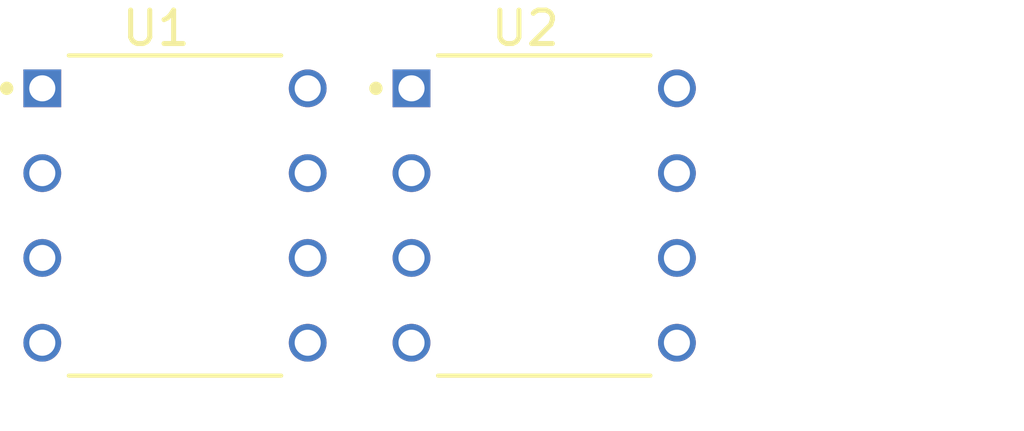
<source format=kicad_pcb>
(kicad_pcb (version 20240108) (generator "pcbnew") (generator_version "8.0")
  (layers (0 "F.Cu" signal) (31 "B.Cu" signal) (34 "B.Paste" user) (35 "F.Paste" user) (36 "B.SilkS" user "B.Silkscreen") (37 "F.SilkS" user "F.Silkscreen") (38 "B.Mask" user) (39 "F.Mask" user) (44 "Edge.Cuts" user))
  (net 0 "")
  (net 1 "Net-(U1-IN-)")
  (net 3 "Net-(U1-OUT)")
  (net 4 "VEE")
  (net 6 "VCC")
  (net 7 "GND")
  (net 13 "Net-(U2-IN-)")
  (footprint "Snapeda:UA741CP_DIP794W45P254L959H508Q8" (layer "F.Cu") (at 107.78 87.69)
    (property "Reference" "U2" (at -0.565 -5.607 0) (layer "F.SilkS"))
    (property "Value" "UA741CP")
    (fp_line (start -3.175 -4.795) (end 3.175 -4.795) (stroke (width 0.127)) (layer "F.SilkS"))
    (fp_line (start -3.175 4.795) (end 3.175 4.795) (stroke (width 0.127)) (layer "F.SilkS"))
    (fp_circle (center -5.035 -3.81) (end -4.935 -3.81) (stroke (width 0.2)) (fill none) (layer "F.SilkS"))
    (pad "1" thru_hole rect (at -3.97 -3.81) (size 1.13 1.13) (drill 0.78) (layers "*.Cu" "*.Mask"))
    (pad "2" thru_hole circle (at -3.97 -1.27) (size 1.13 1.13) (drill 0.78) (layers "*.Cu" "*.Mask") (net 13 "Net-(U2-IN-)"))
    (pad "3" thru_hole circle (at -3.97 1.27) (size 1.13 1.13) (drill 0.78) (layers "*.Cu" "*.Mask"))
    (pad "4" thru_hole circle (at -3.97 3.81) (size 1.13 1.13) (drill 0.78) (layers "*.Cu" "*.Mask"))
    (pad "5" thru_hole circle (at 3.97 3.81) (size 1.13 1.13) (drill 0.78) (layers "*.Cu" "*.Mask"))
    (pad "6" thru_hole circle (at 3.97 1.27) (size 1.13 1.13) (drill 0.78) (layers "*.Cu" "*.Mask"))
    (pad "7" thru_hole circle (at 3.97 -1.27) (size 1.13 1.13) (drill 0.78) (layers "*.Cu" "*.Mask"))
    (pad "8" thru_hole circle (at 3.97 -3.81) (size 1.13 1.13) (drill 0.78) (layers "*.Cu" "*.Mask"))
  )
  (footprint "Snapeda:UA741CP_DIP794W45P254L959H508Q8" (layer "F.Cu") (at 96.735 87.69)
    (property "Reference" "U1" (at -0.565 -5.607 0) (layer "F.SilkS"))
    (property "Value" "UA741CP")
    (fp_line (start -3.175 -4.795) (end 3.175 -4.795) (stroke (width 0.127)) (layer "F.SilkS"))
    (fp_line (start -3.175 4.795) (end 3.175 4.795) (stroke (width 0.127)) (layer "F.SilkS"))
    (fp_circle (center -5.035 -3.81) (end -4.935 -3.81) (stroke (width 0.2)) (fill none) (layer "F.SilkS"))
    (pad "1" thru_hole rect (at -3.97 -3.81) (size 1.13 1.13) (drill 0.78) (layers "*.Cu" "*.Mask"))
    (pad "2" thru_hole circle (at -3.97 -1.27) (size 1.13 1.13) (drill 0.78) (layers "*.Cu" "*.Mask") (net 1 "Net-(U1-IN-)"))
    (pad "3" thru_hole circle (at -3.97 1.27) (size 1.13 1.13) (drill 0.78) (layers "*.Cu" "*.Mask") (net 7 "GND"))
    (pad "4" thru_hole circle (at -3.97 3.81) (size 1.13 1.13) (drill 0.78) (layers "*.Cu" "*.Mask") (net 4 "VEE"))
    (pad "5" thru_hole circle (at 3.97 3.81) (size 1.13 1.13) (drill 0.78) (layers "*.Cu" "*.Mask"))
    (pad "6" thru_hole circle (at 3.97 1.27) (size 1.13 1.13) (drill 0.78) (layers "*.Cu" "*.Mask") (net 3 "Net-(U1-OUT)"))
    (pad "7" thru_hole circle (at 3.97 -1.27) (size 1.13 1.13) (drill 0.78) (layers "*.Cu" "*.Mask") (net 6 "VCC"))
    (pad "8" thru_hole circle (at 3.97 -3.81) (size 1.13 1.13) (drill 0.78) (layers "*.Cu" "*.Mask"))
  )
)
</source>
